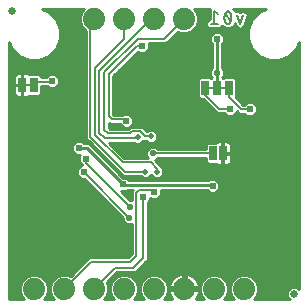
<source format=gbl>
G75*
%MOIN*%
%OFA0B0*%
%FSLAX25Y25*%
%IPPOS*%
%LPD*%
%AMOC8*
5,1,8,0,0,1.08239X$1,22.5*
%
%ADD10C,0.00800*%
%ADD11R,0.02500X0.05000*%
%ADD12R,0.01600X0.01000*%
%ADD13C,0.07400*%
%ADD14C,0.02500*%
%ADD15C,0.01000*%
%ADD16C,0.02400*%
%ADD17C,0.02200*%
%ADD18C,0.02000*%
D10*
X0134333Y0060000D02*
X0143333Y0069000D01*
X0156333Y0069000D01*
X0158433Y0071100D01*
X0158433Y0092100D01*
X0159233Y0092900D01*
X0163733Y0092900D01*
X0164433Y0092200D01*
X0160733Y0090600D02*
X0160733Y0070400D01*
X0157333Y0067000D01*
X0151333Y0067000D01*
X0144333Y0060000D01*
X0156133Y0083700D02*
X0140928Y0098906D01*
X0140928Y0099094D01*
X0141702Y0101931D02*
X0141702Y0103331D01*
X0141702Y0101931D02*
X0156233Y0087400D01*
X0154733Y0099100D02*
X0143133Y0110700D01*
X0143133Y0148800D01*
X0144333Y0150000D01*
X0154333Y0150000D02*
X0154333Y0143200D01*
X0144633Y0133500D01*
X0144633Y0111400D01*
X0153833Y0102200D01*
X0163233Y0102200D01*
X0165333Y0100100D01*
X0165333Y0099100D01*
X0161433Y0099100D02*
X0154733Y0099100D01*
X0163933Y0105200D02*
X0184033Y0105200D01*
X0163333Y0110900D02*
X0161433Y0110900D01*
X0159733Y0112600D01*
X0157033Y0112600D01*
X0156333Y0111900D01*
X0148933Y0111900D01*
X0147733Y0113100D01*
X0147733Y0132200D01*
X0158933Y0143400D01*
X0167733Y0143400D01*
X0174333Y0150000D01*
X0183283Y0148400D02*
X0185617Y0148400D01*
X0184450Y0148400D02*
X0184450Y0152600D01*
X0185617Y0151667D01*
X0190117Y0150500D02*
X0190115Y0150388D01*
X0190110Y0150276D01*
X0190101Y0150164D01*
X0190088Y0150053D01*
X0190072Y0149942D01*
X0190052Y0149831D01*
X0190028Y0149722D01*
X0190001Y0149613D01*
X0189971Y0149505D01*
X0189937Y0149398D01*
X0189900Y0149292D01*
X0189859Y0149188D01*
X0189815Y0149085D01*
X0189767Y0148983D01*
X0189883Y0149333D02*
X0188017Y0151667D01*
X0188134Y0152017D02*
X0188154Y0152070D01*
X0188177Y0152121D01*
X0188204Y0152170D01*
X0188234Y0152218D01*
X0188267Y0152264D01*
X0188302Y0152307D01*
X0188341Y0152348D01*
X0188382Y0152387D01*
X0188426Y0152423D01*
X0188472Y0152455D01*
X0188519Y0152485D01*
X0188569Y0152511D01*
X0188621Y0152535D01*
X0188673Y0152554D01*
X0188727Y0152571D01*
X0188782Y0152583D01*
X0188838Y0152593D01*
X0188894Y0152598D01*
X0188950Y0152600D01*
X0189006Y0152598D01*
X0189062Y0152593D01*
X0189118Y0152583D01*
X0189173Y0152571D01*
X0189227Y0152554D01*
X0189279Y0152535D01*
X0189331Y0152511D01*
X0189381Y0152485D01*
X0189428Y0152455D01*
X0189474Y0152422D01*
X0189518Y0152387D01*
X0189559Y0152348D01*
X0189598Y0152307D01*
X0189633Y0152264D01*
X0189666Y0152218D01*
X0189696Y0152170D01*
X0189723Y0152121D01*
X0189746Y0152070D01*
X0189766Y0152017D01*
X0188133Y0152017D02*
X0188085Y0151915D01*
X0188041Y0151812D01*
X0188000Y0151708D01*
X0187963Y0151602D01*
X0187929Y0151495D01*
X0187899Y0151387D01*
X0187872Y0151278D01*
X0187848Y0151169D01*
X0187828Y0151058D01*
X0187812Y0150947D01*
X0187799Y0150836D01*
X0187790Y0150724D01*
X0187785Y0150612D01*
X0187783Y0150500D01*
X0190117Y0150500D02*
X0190115Y0150612D01*
X0190110Y0150724D01*
X0190101Y0150836D01*
X0190088Y0150947D01*
X0190072Y0151058D01*
X0190052Y0151169D01*
X0190028Y0151278D01*
X0190001Y0151387D01*
X0189971Y0151495D01*
X0189937Y0151602D01*
X0189900Y0151708D01*
X0189859Y0151812D01*
X0189815Y0151915D01*
X0189767Y0152017D01*
X0187784Y0150500D02*
X0187786Y0150388D01*
X0187791Y0150276D01*
X0187800Y0150164D01*
X0187813Y0150053D01*
X0187829Y0149942D01*
X0187849Y0149831D01*
X0187873Y0149722D01*
X0187900Y0149613D01*
X0187930Y0149505D01*
X0187964Y0149398D01*
X0188001Y0149292D01*
X0188042Y0149188D01*
X0188086Y0149085D01*
X0188134Y0148983D01*
X0188950Y0148400D02*
X0189006Y0148402D01*
X0189062Y0148407D01*
X0189118Y0148417D01*
X0189173Y0148429D01*
X0189227Y0148446D01*
X0189279Y0148465D01*
X0189331Y0148489D01*
X0189381Y0148515D01*
X0189428Y0148545D01*
X0189474Y0148577D01*
X0189518Y0148613D01*
X0189559Y0148652D01*
X0189598Y0148693D01*
X0189633Y0148736D01*
X0189666Y0148782D01*
X0189696Y0148830D01*
X0189723Y0148879D01*
X0189746Y0148930D01*
X0189766Y0148983D01*
X0188950Y0148400D02*
X0188894Y0148402D01*
X0188838Y0148407D01*
X0188782Y0148417D01*
X0188727Y0148429D01*
X0188673Y0148446D01*
X0188621Y0148465D01*
X0188569Y0148489D01*
X0188519Y0148515D01*
X0188472Y0148545D01*
X0188426Y0148577D01*
X0188382Y0148613D01*
X0188341Y0148652D01*
X0188302Y0148693D01*
X0188267Y0148736D01*
X0188234Y0148782D01*
X0188204Y0148830D01*
X0188177Y0148879D01*
X0188154Y0148930D01*
X0188134Y0148983D01*
X0192067Y0151200D02*
X0193000Y0148400D01*
X0193933Y0151200D01*
X0164333Y0150000D02*
X0163333Y0150000D01*
X0146133Y0132800D01*
X0146133Y0112100D01*
X0147933Y0110300D01*
X0158633Y0110300D01*
X0158833Y0110500D01*
X0155133Y0116100D02*
X0154733Y0116500D01*
X0150233Y0116500D01*
X0149233Y0117500D01*
X0149233Y0131500D01*
X0158733Y0141000D01*
X0160333Y0141000D01*
X0181333Y0127000D02*
X0181333Y0124700D01*
X0186033Y0120000D01*
X0189533Y0120000D01*
X0193433Y0119900D02*
X0189333Y0124000D01*
X0189333Y0127000D01*
X0193433Y0119900D02*
X0196233Y0119900D01*
X0130433Y0129400D02*
X0130033Y0129000D01*
X0125333Y0129000D01*
X0124333Y0128000D01*
D11*
X0124333Y0128000D03*
X0120333Y0128000D03*
X0181333Y0127000D03*
X0185333Y0127000D03*
X0189333Y0127000D03*
X0187233Y0105200D03*
X0184033Y0105200D03*
D12*
X0183333Y0127000D03*
X0187333Y0127000D03*
X0122333Y0128000D03*
D13*
X0144333Y0150000D03*
X0154333Y0150000D03*
X0164333Y0150000D03*
X0174333Y0150000D03*
X0174333Y0060000D03*
X0164333Y0060000D03*
X0154333Y0060000D03*
X0144333Y0060000D03*
X0134333Y0060000D03*
X0124333Y0060000D03*
X0184333Y0060000D03*
X0194333Y0060000D03*
D14*
X0211133Y0058400D03*
X0116933Y0152500D03*
D15*
X0115933Y0142284D02*
X0115933Y0056600D01*
X0120945Y0056600D01*
X0120264Y0057281D01*
X0119533Y0059045D01*
X0119533Y0060955D01*
X0120264Y0062719D01*
X0121614Y0064069D01*
X0123379Y0064800D01*
X0125288Y0064800D01*
X0127052Y0064069D01*
X0128403Y0062719D01*
X0129133Y0060955D01*
X0129133Y0059045D01*
X0128403Y0057281D01*
X0127722Y0056600D01*
X0130945Y0056600D01*
X0130264Y0057281D01*
X0129533Y0059045D01*
X0129533Y0060955D01*
X0130264Y0062719D01*
X0131614Y0064069D01*
X0133379Y0064800D01*
X0135288Y0064800D01*
X0136507Y0064295D01*
X0142712Y0070500D01*
X0155712Y0070500D01*
X0156933Y0071721D01*
X0156933Y0081500D01*
X0155222Y0081500D01*
X0153933Y0082789D01*
X0153933Y0083779D01*
X0140918Y0096794D01*
X0139975Y0096794D01*
X0138628Y0098142D01*
X0138628Y0100047D01*
X0139975Y0101394D01*
X0140202Y0101394D01*
X0140202Y0101579D01*
X0139402Y0102379D01*
X0139402Y0104284D01*
X0139818Y0104700D01*
X0138381Y0104700D01*
X0137033Y0106047D01*
X0137033Y0107953D01*
X0138381Y0109300D01*
X0140286Y0109300D01*
X0140986Y0108600D01*
X0142596Y0108600D01*
X0154046Y0097150D01*
X0155036Y0097150D01*
X0155986Y0096200D01*
X0182381Y0096200D01*
X0182881Y0096700D01*
X0184786Y0096700D01*
X0186133Y0095353D01*
X0186133Y0093447D01*
X0184786Y0092100D01*
X0182881Y0092100D01*
X0181981Y0093000D01*
X0166733Y0093000D01*
X0166733Y0091247D01*
X0165386Y0089900D01*
X0163481Y0089900D01*
X0163033Y0090347D01*
X0163033Y0089647D01*
X0162233Y0088847D01*
X0162233Y0069779D01*
X0161355Y0068900D01*
X0158833Y0066379D01*
X0157955Y0065500D01*
X0151955Y0065500D01*
X0148628Y0062174D01*
X0149133Y0060955D01*
X0149133Y0059045D01*
X0148403Y0057281D01*
X0147722Y0056600D01*
X0150945Y0056600D01*
X0150264Y0057281D01*
X0149533Y0059045D01*
X0149533Y0060955D01*
X0150264Y0062719D01*
X0151614Y0064069D01*
X0153379Y0064800D01*
X0155288Y0064800D01*
X0157052Y0064069D01*
X0158403Y0062719D01*
X0159133Y0060955D01*
X0159133Y0059045D01*
X0158403Y0057281D01*
X0157722Y0056600D01*
X0160945Y0056600D01*
X0160264Y0057281D01*
X0159533Y0059045D01*
X0159533Y0060955D01*
X0160264Y0062719D01*
X0161614Y0064069D01*
X0163379Y0064800D01*
X0165288Y0064800D01*
X0167052Y0064069D01*
X0168403Y0062719D01*
X0169133Y0060955D01*
X0169133Y0059045D01*
X0168403Y0057281D01*
X0167722Y0056600D01*
X0170379Y0056600D01*
X0170367Y0056612D01*
X0169886Y0057275D01*
X0169514Y0058004D01*
X0169261Y0058782D01*
X0169148Y0059500D01*
X0173833Y0059500D01*
X0173833Y0060500D01*
X0169148Y0060500D01*
X0169261Y0061218D01*
X0169514Y0061996D01*
X0169886Y0062725D01*
X0170367Y0063388D01*
X0170946Y0063966D01*
X0171608Y0064447D01*
X0172337Y0064819D01*
X0173116Y0065072D01*
X0173833Y0065186D01*
X0173833Y0060500D01*
X0174833Y0060500D01*
X0174833Y0065186D01*
X0175551Y0065072D01*
X0176329Y0064819D01*
X0177059Y0064447D01*
X0177721Y0063966D01*
X0178300Y0063388D01*
X0178781Y0062725D01*
X0179152Y0061996D01*
X0179405Y0061218D01*
X0179519Y0060500D01*
X0174833Y0060500D01*
X0174833Y0059500D01*
X0179519Y0059500D01*
X0179405Y0058782D01*
X0179152Y0058004D01*
X0178781Y0057275D01*
X0178300Y0056612D01*
X0178287Y0056600D01*
X0180945Y0056600D01*
X0180264Y0057281D01*
X0179533Y0059045D01*
X0179533Y0060955D01*
X0180264Y0062719D01*
X0181614Y0064069D01*
X0183379Y0064800D01*
X0185288Y0064800D01*
X0187052Y0064069D01*
X0188403Y0062719D01*
X0189133Y0060955D01*
X0189133Y0059045D01*
X0188403Y0057281D01*
X0187722Y0056600D01*
X0190945Y0056600D01*
X0190264Y0057281D01*
X0189533Y0059045D01*
X0189533Y0060955D01*
X0190264Y0062719D01*
X0191614Y0064069D01*
X0193379Y0064800D01*
X0195288Y0064800D01*
X0197052Y0064069D01*
X0198403Y0062719D01*
X0199133Y0060955D01*
X0199133Y0059045D01*
X0198403Y0057281D01*
X0197722Y0056600D01*
X0209610Y0056600D01*
X0208783Y0057427D01*
X0208783Y0059373D01*
X0210160Y0060750D01*
X0212107Y0060750D01*
X0212733Y0060123D01*
X0212733Y0142284D01*
X0211794Y0140015D01*
X0209318Y0137540D01*
X0209318Y0137540D01*
X0206084Y0136200D01*
X0202583Y0136200D01*
X0199349Y0137540D01*
X0199349Y0137540D01*
X0196873Y0140015D01*
X0196873Y0140015D01*
X0195533Y0143250D01*
X0195533Y0146750D01*
X0196873Y0149985D01*
X0196873Y0149985D01*
X0199349Y0152460D01*
X0199349Y0152460D01*
X0201617Y0153400D01*
X0190687Y0153400D01*
X0190940Y0153220D01*
X0190940Y0153220D01*
X0191156Y0152591D01*
X0191203Y0152493D01*
X0192182Y0152819D01*
X0193000Y0152410D01*
X0193818Y0152819D01*
X0194997Y0152427D01*
X0195553Y0151315D01*
X0194581Y0148400D01*
X0194619Y0148285D01*
X0194389Y0147825D01*
X0194227Y0147336D01*
X0194118Y0147282D01*
X0194064Y0147173D01*
X0193575Y0147011D01*
X0193115Y0146780D01*
X0193000Y0146819D01*
X0192885Y0146780D01*
X0192425Y0147011D01*
X0191936Y0147173D01*
X0191882Y0147282D01*
X0191773Y0147336D01*
X0191611Y0147825D01*
X0191380Y0148285D01*
X0191419Y0148400D01*
X0191321Y0148693D01*
X0191306Y0148550D01*
X0191172Y0148444D01*
X0191155Y0148409D01*
X0190940Y0147780D01*
X0190940Y0147780D01*
X0190940Y0147780D01*
X0189707Y0146900D01*
X0188193Y0146900D01*
X0187052Y0147714D01*
X0186238Y0146900D01*
X0182662Y0146900D01*
X0181783Y0147779D01*
X0181783Y0149021D01*
X0182662Y0149900D01*
X0182950Y0149900D01*
X0182950Y0152517D01*
X0182891Y0153052D01*
X0182950Y0153126D01*
X0182950Y0153221D01*
X0183129Y0153400D01*
X0177722Y0153400D01*
X0178403Y0152719D01*
X0179133Y0150955D01*
X0179133Y0149045D01*
X0178403Y0147281D01*
X0177052Y0145931D01*
X0175288Y0145200D01*
X0173379Y0145200D01*
X0172160Y0145705D01*
X0168355Y0141900D01*
X0162633Y0141900D01*
X0162633Y0140047D01*
X0161286Y0138700D01*
X0159381Y0138700D01*
X0158968Y0139113D01*
X0150733Y0130879D01*
X0150733Y0118121D01*
X0150855Y0118000D01*
X0153781Y0118000D01*
X0154181Y0118400D01*
X0156086Y0118400D01*
X0157433Y0117053D01*
X0157433Y0115147D01*
X0156086Y0113800D01*
X0154181Y0113800D01*
X0152981Y0115000D01*
X0149612Y0115000D01*
X0149233Y0115379D01*
X0149233Y0113721D01*
X0149555Y0113400D01*
X0155712Y0113400D01*
X0156412Y0114100D01*
X0160355Y0114100D01*
X0161233Y0113221D01*
X0161959Y0112496D01*
X0162463Y0113000D01*
X0164203Y0113000D01*
X0165433Y0111770D01*
X0165433Y0110030D01*
X0164203Y0108800D01*
X0162463Y0108800D01*
X0161863Y0109400D01*
X0160812Y0109400D01*
X0160758Y0109454D01*
X0159703Y0108400D01*
X0157963Y0108400D01*
X0157563Y0108800D01*
X0149355Y0108800D01*
X0154455Y0103700D01*
X0162322Y0103700D01*
X0161733Y0104289D01*
X0161733Y0106111D01*
X0163022Y0107400D01*
X0164845Y0107400D01*
X0165545Y0106700D01*
X0181683Y0106700D01*
X0181683Y0108156D01*
X0182328Y0108800D01*
X0184962Y0108800D01*
X0185062Y0108900D01*
X0185404Y0109098D01*
X0185786Y0109200D01*
X0187108Y0109200D01*
X0187108Y0105325D01*
X0187358Y0105325D01*
X0187358Y0109200D01*
X0188681Y0109200D01*
X0189062Y0109098D01*
X0189404Y0108900D01*
X0189684Y0108621D01*
X0189881Y0108279D01*
X0189983Y0107897D01*
X0189983Y0105325D01*
X0187358Y0105325D01*
X0187358Y0105075D01*
X0187358Y0101200D01*
X0188681Y0101200D01*
X0189062Y0101302D01*
X0189404Y0101500D01*
X0189684Y0101779D01*
X0189881Y0102121D01*
X0189983Y0102503D01*
X0189983Y0105075D01*
X0187358Y0105075D01*
X0187108Y0105075D01*
X0187108Y0101200D01*
X0185786Y0101200D01*
X0185404Y0101302D01*
X0185062Y0101500D01*
X0184962Y0101600D01*
X0182328Y0101600D01*
X0181683Y0102244D01*
X0181683Y0103700D01*
X0165545Y0103700D01*
X0164845Y0103000D01*
X0164555Y0103000D01*
X0166833Y0100721D01*
X0166833Y0100570D01*
X0167433Y0099970D01*
X0167433Y0098230D01*
X0166203Y0097000D01*
X0164463Y0097000D01*
X0163383Y0098080D01*
X0162303Y0097000D01*
X0160563Y0097000D01*
X0159963Y0097600D01*
X0154112Y0097600D01*
X0142512Y0109200D01*
X0141633Y0110079D01*
X0141633Y0145923D01*
X0141614Y0145931D01*
X0140264Y0147281D01*
X0139533Y0149045D01*
X0139533Y0150955D01*
X0140264Y0152719D01*
X0140945Y0153400D01*
X0127049Y0153400D01*
X0129318Y0152460D01*
X0129318Y0152460D01*
X0131794Y0149985D01*
X0131794Y0149985D01*
X0133133Y0146750D01*
X0133133Y0143250D01*
X0131794Y0140015D01*
X0131794Y0140015D01*
X0129318Y0137540D01*
X0129318Y0137540D01*
X0126084Y0136200D01*
X0122583Y0136200D01*
X0119349Y0137540D01*
X0119349Y0137540D01*
X0116873Y0140015D01*
X0115933Y0142284D01*
X0115933Y0141870D02*
X0116105Y0141870D01*
X0115933Y0140872D02*
X0116518Y0140872D01*
X0117015Y0139873D02*
X0115933Y0139873D01*
X0115933Y0138875D02*
X0118013Y0138875D01*
X0119012Y0137876D02*
X0115933Y0137876D01*
X0115933Y0136878D02*
X0120946Y0136878D01*
X0115933Y0135879D02*
X0141633Y0135879D01*
X0141633Y0134881D02*
X0115933Y0134881D01*
X0115933Y0133882D02*
X0141633Y0133882D01*
X0141633Y0132884D02*
X0115933Y0132884D01*
X0115933Y0131885D02*
X0118483Y0131885D01*
X0118504Y0131898D02*
X0118162Y0131700D01*
X0117883Y0131421D01*
X0117686Y0131079D01*
X0117583Y0130697D01*
X0117583Y0128125D01*
X0120208Y0128125D01*
X0120208Y0127875D01*
X0117583Y0127875D01*
X0117583Y0125303D01*
X0117686Y0124921D01*
X0117883Y0124579D01*
X0118162Y0124300D01*
X0118504Y0124102D01*
X0118886Y0124000D01*
X0120208Y0124000D01*
X0120208Y0127875D01*
X0120433Y0127875D01*
X0120433Y0127044D01*
X0120458Y0127019D01*
X0120458Y0124000D01*
X0121781Y0124000D01*
X0122162Y0124102D01*
X0122504Y0124300D01*
X0122616Y0124412D01*
X0122628Y0124400D01*
X0126039Y0124400D01*
X0126683Y0125044D01*
X0126683Y0127500D01*
X0129081Y0127500D01*
X0129481Y0127100D01*
X0131386Y0127100D01*
X0132733Y0128447D01*
X0132733Y0130353D01*
X0131386Y0131700D01*
X0129481Y0131700D01*
X0128281Y0130500D01*
X0126683Y0130500D01*
X0126683Y0130956D01*
X0126039Y0131600D01*
X0122628Y0131600D01*
X0122616Y0131588D01*
X0122504Y0131700D01*
X0122162Y0131898D01*
X0121781Y0132000D01*
X0120458Y0132000D01*
X0120458Y0128981D01*
X0120433Y0128956D01*
X0120433Y0128125D01*
X0120208Y0128125D01*
X0120208Y0132000D01*
X0118886Y0132000D01*
X0118504Y0131898D01*
X0117634Y0130887D02*
X0115933Y0130887D01*
X0115933Y0129888D02*
X0117583Y0129888D01*
X0117583Y0128890D02*
X0115933Y0128890D01*
X0115933Y0127891D02*
X0120208Y0127891D01*
X0120208Y0126893D02*
X0120458Y0126893D01*
X0120458Y0125894D02*
X0120208Y0125894D01*
X0120208Y0124896D02*
X0120458Y0124896D01*
X0117700Y0124896D02*
X0115933Y0124896D01*
X0115933Y0125894D02*
X0117583Y0125894D01*
X0117583Y0126893D02*
X0115933Y0126893D01*
X0115933Y0123897D02*
X0141633Y0123897D01*
X0141633Y0122899D02*
X0115933Y0122899D01*
X0115933Y0121900D02*
X0141633Y0121900D01*
X0141633Y0120902D02*
X0115933Y0120902D01*
X0115933Y0119903D02*
X0141633Y0119903D01*
X0141633Y0118905D02*
X0115933Y0118905D01*
X0115933Y0117906D02*
X0141633Y0117906D01*
X0141633Y0116908D02*
X0115933Y0116908D01*
X0115933Y0115909D02*
X0141633Y0115909D01*
X0141633Y0114911D02*
X0115933Y0114911D01*
X0115933Y0113912D02*
X0141633Y0113912D01*
X0141633Y0112914D02*
X0115933Y0112914D01*
X0115933Y0111915D02*
X0141633Y0111915D01*
X0141633Y0110917D02*
X0115933Y0110917D01*
X0115933Y0109918D02*
X0141794Y0109918D01*
X0142792Y0108920D02*
X0140666Y0108920D01*
X0141933Y0107000D02*
X0154083Y0094850D01*
X0154333Y0094600D01*
X0183633Y0094600D01*
X0183833Y0094400D01*
X0185547Y0095939D02*
X0212733Y0095939D01*
X0212733Y0096937D02*
X0155249Y0096937D01*
X0153776Y0097936D02*
X0153260Y0097936D01*
X0152777Y0098934D02*
X0152262Y0098934D01*
X0151779Y0099933D02*
X0151263Y0099933D01*
X0150780Y0100932D02*
X0150265Y0100932D01*
X0149782Y0101930D02*
X0149266Y0101930D01*
X0148783Y0102929D02*
X0148268Y0102929D01*
X0147785Y0103927D02*
X0147269Y0103927D01*
X0146786Y0104926D02*
X0146270Y0104926D01*
X0145788Y0105924D02*
X0145272Y0105924D01*
X0144789Y0106923D02*
X0144273Y0106923D01*
X0143791Y0107921D02*
X0143275Y0107921D01*
X0141933Y0107000D02*
X0139333Y0107000D01*
X0137033Y0106923D02*
X0115933Y0106923D01*
X0115933Y0107921D02*
X0137033Y0107921D01*
X0138000Y0108920D02*
X0115933Y0108920D01*
X0115933Y0105924D02*
X0137157Y0105924D01*
X0138155Y0104926D02*
X0115933Y0104926D01*
X0115933Y0103927D02*
X0139402Y0103927D01*
X0139402Y0102929D02*
X0115933Y0102929D01*
X0115933Y0101930D02*
X0139851Y0101930D01*
X0139512Y0100932D02*
X0115933Y0100932D01*
X0115933Y0099933D02*
X0138628Y0099933D01*
X0138628Y0098934D02*
X0115933Y0098934D01*
X0115933Y0097936D02*
X0138834Y0097936D01*
X0139832Y0096937D02*
X0115933Y0096937D01*
X0115933Y0095939D02*
X0141773Y0095939D01*
X0142772Y0094940D02*
X0115933Y0094940D01*
X0115933Y0093942D02*
X0143770Y0093942D01*
X0144769Y0092943D02*
X0115933Y0092943D01*
X0115933Y0091945D02*
X0145767Y0091945D01*
X0146766Y0090946D02*
X0115933Y0090946D01*
X0115933Y0089948D02*
X0147764Y0089948D01*
X0148763Y0088949D02*
X0115933Y0088949D01*
X0115933Y0087951D02*
X0149761Y0087951D01*
X0150760Y0086952D02*
X0115933Y0086952D01*
X0115933Y0085954D02*
X0151758Y0085954D01*
X0152757Y0084955D02*
X0115933Y0084955D01*
X0115933Y0083957D02*
X0153755Y0083957D01*
X0153933Y0082958D02*
X0115933Y0082958D01*
X0115933Y0081960D02*
X0154762Y0081960D01*
X0156933Y0080961D02*
X0115933Y0080961D01*
X0115933Y0079963D02*
X0156933Y0079963D01*
X0156933Y0078964D02*
X0115933Y0078964D01*
X0115933Y0077966D02*
X0156933Y0077966D01*
X0156933Y0076967D02*
X0115933Y0076967D01*
X0115933Y0075969D02*
X0156933Y0075969D01*
X0156933Y0074970D02*
X0115933Y0074970D01*
X0115933Y0073972D02*
X0156933Y0073972D01*
X0156933Y0072973D02*
X0115933Y0072973D01*
X0115933Y0071975D02*
X0156933Y0071975D01*
X0156188Y0070976D02*
X0115933Y0070976D01*
X0115933Y0069978D02*
X0142190Y0069978D01*
X0141191Y0068979D02*
X0115933Y0068979D01*
X0115933Y0067981D02*
X0140193Y0067981D01*
X0139194Y0066982D02*
X0115933Y0066982D01*
X0115933Y0065984D02*
X0138196Y0065984D01*
X0137197Y0064985D02*
X0115933Y0064985D01*
X0115933Y0063987D02*
X0121532Y0063987D01*
X0120533Y0062988D02*
X0115933Y0062988D01*
X0115933Y0061990D02*
X0119962Y0061990D01*
X0119548Y0060991D02*
X0115933Y0060991D01*
X0115933Y0059993D02*
X0119533Y0059993D01*
X0119555Y0058994D02*
X0115933Y0058994D01*
X0115933Y0057996D02*
X0119968Y0057996D01*
X0120548Y0056997D02*
X0115933Y0056997D01*
X0128119Y0056997D02*
X0130548Y0056997D01*
X0129968Y0057996D02*
X0128699Y0057996D01*
X0129112Y0058994D02*
X0129555Y0058994D01*
X0129533Y0059993D02*
X0129133Y0059993D01*
X0129118Y0060991D02*
X0129548Y0060991D01*
X0129962Y0061990D02*
X0128705Y0061990D01*
X0128133Y0062988D02*
X0130533Y0062988D01*
X0131532Y0063987D02*
X0127135Y0063987D01*
X0148705Y0061990D02*
X0149962Y0061990D01*
X0149548Y0060991D02*
X0149118Y0060991D01*
X0149133Y0059993D02*
X0149533Y0059993D01*
X0149555Y0058994D02*
X0149112Y0058994D01*
X0148699Y0057996D02*
X0149968Y0057996D01*
X0150548Y0056997D02*
X0148119Y0056997D01*
X0149443Y0062988D02*
X0150533Y0062988D01*
X0150441Y0063987D02*
X0151532Y0063987D01*
X0151440Y0064985D02*
X0172848Y0064985D01*
X0173833Y0064985D02*
X0174833Y0064985D01*
X0175818Y0064985D02*
X0212733Y0064985D01*
X0212733Y0063987D02*
X0197135Y0063987D01*
X0198133Y0062988D02*
X0212733Y0062988D01*
X0212733Y0061990D02*
X0198705Y0061990D01*
X0199118Y0060991D02*
X0212733Y0060991D01*
X0209402Y0059993D02*
X0199133Y0059993D01*
X0199112Y0058994D02*
X0208783Y0058994D01*
X0208783Y0057996D02*
X0198699Y0057996D01*
X0198119Y0056997D02*
X0209213Y0056997D01*
X0212733Y0065984D02*
X0158438Y0065984D01*
X0159437Y0066982D02*
X0212733Y0066982D01*
X0212733Y0067981D02*
X0160435Y0067981D01*
X0161434Y0068979D02*
X0212733Y0068979D01*
X0212733Y0069978D02*
X0162233Y0069978D01*
X0162233Y0070976D02*
X0212733Y0070976D01*
X0212733Y0071975D02*
X0162233Y0071975D01*
X0162233Y0072973D02*
X0212733Y0072973D01*
X0212733Y0073972D02*
X0162233Y0073972D01*
X0162233Y0074970D02*
X0212733Y0074970D01*
X0212733Y0075969D02*
X0162233Y0075969D01*
X0162233Y0076967D02*
X0212733Y0076967D01*
X0212733Y0077966D02*
X0162233Y0077966D01*
X0162233Y0078964D02*
X0212733Y0078964D01*
X0212733Y0079963D02*
X0162233Y0079963D01*
X0162233Y0080961D02*
X0212733Y0080961D01*
X0212733Y0081960D02*
X0162233Y0081960D01*
X0162233Y0082958D02*
X0212733Y0082958D01*
X0212733Y0083957D02*
X0162233Y0083957D01*
X0162233Y0084955D02*
X0212733Y0084955D01*
X0212733Y0085954D02*
X0162233Y0085954D01*
X0162233Y0086952D02*
X0212733Y0086952D01*
X0212733Y0087951D02*
X0162233Y0087951D01*
X0162335Y0088949D02*
X0212733Y0088949D01*
X0212733Y0089948D02*
X0165434Y0089948D01*
X0166432Y0090946D02*
X0212733Y0090946D01*
X0212733Y0091945D02*
X0166733Y0091945D01*
X0166733Y0092943D02*
X0182037Y0092943D01*
X0185629Y0092943D02*
X0212733Y0092943D01*
X0212733Y0093942D02*
X0186133Y0093942D01*
X0186133Y0094940D02*
X0212733Y0094940D01*
X0212733Y0097936D02*
X0167139Y0097936D01*
X0167433Y0098934D02*
X0212733Y0098934D01*
X0212733Y0099933D02*
X0167433Y0099933D01*
X0166623Y0100932D02*
X0212733Y0100932D01*
X0212733Y0101930D02*
X0189771Y0101930D01*
X0189983Y0102929D02*
X0212733Y0102929D01*
X0212733Y0103927D02*
X0189983Y0103927D01*
X0189983Y0104926D02*
X0212733Y0104926D01*
X0212733Y0105924D02*
X0189983Y0105924D01*
X0189983Y0106923D02*
X0212733Y0106923D01*
X0212733Y0107921D02*
X0189977Y0107921D01*
X0189371Y0108920D02*
X0212733Y0108920D01*
X0212733Y0109918D02*
X0165321Y0109918D01*
X0165433Y0110917D02*
X0212733Y0110917D01*
X0212733Y0111915D02*
X0165288Y0111915D01*
X0164290Y0112914D02*
X0212733Y0112914D01*
X0212733Y0113912D02*
X0160542Y0113912D01*
X0161541Y0112914D02*
X0162377Y0112914D01*
X0157197Y0114911D02*
X0212733Y0114911D01*
X0212733Y0115909D02*
X0157433Y0115909D01*
X0157433Y0116908D02*
X0212733Y0116908D01*
X0212733Y0117906D02*
X0197492Y0117906D01*
X0197186Y0117600D02*
X0198533Y0118947D01*
X0198533Y0120853D01*
X0197186Y0122200D01*
X0195281Y0122200D01*
X0194481Y0121400D01*
X0194055Y0121400D01*
X0191547Y0123908D01*
X0191683Y0124044D01*
X0191683Y0129956D01*
X0191039Y0130600D01*
X0187628Y0130600D01*
X0187333Y0130306D01*
X0187042Y0130597D01*
X0187533Y0131089D01*
X0187533Y0132911D01*
X0186933Y0133511D01*
X0186933Y0141747D01*
X0187633Y0142447D01*
X0187633Y0144353D01*
X0186286Y0145700D01*
X0184381Y0145700D01*
X0183033Y0144353D01*
X0183033Y0142447D01*
X0183733Y0141747D01*
X0183733Y0133511D01*
X0183133Y0132911D01*
X0183133Y0131089D01*
X0183625Y0130597D01*
X0183333Y0130306D01*
X0183039Y0130600D01*
X0179628Y0130600D01*
X0178983Y0129956D01*
X0178983Y0124044D01*
X0179628Y0123400D01*
X0180512Y0123400D01*
X0180712Y0123200D01*
X0185412Y0118500D01*
X0187781Y0118500D01*
X0188581Y0117700D01*
X0190486Y0117700D01*
X0191833Y0119047D01*
X0191833Y0119379D01*
X0192812Y0118400D01*
X0194481Y0118400D01*
X0195281Y0117600D01*
X0197186Y0117600D01*
X0198491Y0118905D02*
X0212733Y0118905D01*
X0212733Y0119903D02*
X0198533Y0119903D01*
X0198484Y0120902D02*
X0212733Y0120902D01*
X0212733Y0121900D02*
X0197486Y0121900D01*
X0194981Y0121900D02*
X0193554Y0121900D01*
X0192556Y0122899D02*
X0212733Y0122899D01*
X0212733Y0123897D02*
X0191557Y0123897D01*
X0191683Y0124896D02*
X0212733Y0124896D01*
X0212733Y0125894D02*
X0191683Y0125894D01*
X0191683Y0126893D02*
X0212733Y0126893D01*
X0212733Y0127891D02*
X0191683Y0127891D01*
X0191683Y0128890D02*
X0212733Y0128890D01*
X0212733Y0129888D02*
X0191683Y0129888D01*
X0187331Y0130887D02*
X0212733Y0130887D01*
X0212733Y0131885D02*
X0187533Y0131885D01*
X0187533Y0132884D02*
X0212733Y0132884D01*
X0212733Y0133882D02*
X0186933Y0133882D01*
X0186933Y0134881D02*
X0212733Y0134881D01*
X0212733Y0135879D02*
X0186933Y0135879D01*
X0186933Y0136878D02*
X0200946Y0136878D01*
X0199012Y0137876D02*
X0186933Y0137876D01*
X0186933Y0138875D02*
X0198013Y0138875D01*
X0197015Y0139873D02*
X0186933Y0139873D01*
X0186933Y0140872D02*
X0196518Y0140872D01*
X0196105Y0141870D02*
X0187056Y0141870D01*
X0187633Y0142869D02*
X0195691Y0142869D01*
X0195533Y0143868D02*
X0187633Y0143868D01*
X0187120Y0144866D02*
X0195533Y0144866D01*
X0195533Y0145865D02*
X0176892Y0145865D01*
X0177985Y0146863D02*
X0192720Y0146863D01*
X0193280Y0146863D02*
X0195580Y0146863D01*
X0195994Y0147862D02*
X0194408Y0147862D01*
X0194734Y0148860D02*
X0196407Y0148860D01*
X0196821Y0149859D02*
X0195067Y0149859D01*
X0195400Y0150857D02*
X0197745Y0150857D01*
X0198744Y0151856D02*
X0195283Y0151856D01*
X0191065Y0152854D02*
X0200299Y0152854D01*
X0191592Y0147862D02*
X0190968Y0147862D01*
X0185333Y0143400D02*
X0185333Y0132000D01*
X0185333Y0127000D01*
X0183335Y0130887D02*
X0150741Y0130887D01*
X0150733Y0129888D02*
X0178983Y0129888D01*
X0178983Y0128890D02*
X0150733Y0128890D01*
X0150733Y0127891D02*
X0178983Y0127891D01*
X0178983Y0126893D02*
X0150733Y0126893D01*
X0150733Y0125894D02*
X0178983Y0125894D01*
X0178983Y0124896D02*
X0150733Y0124896D01*
X0150733Y0123897D02*
X0179130Y0123897D01*
X0181013Y0122899D02*
X0150733Y0122899D01*
X0150733Y0121900D02*
X0182012Y0121900D01*
X0183010Y0120902D02*
X0150733Y0120902D01*
X0150733Y0119903D02*
X0184009Y0119903D01*
X0185007Y0118905D02*
X0150733Y0118905D01*
X0149233Y0114911D02*
X0153070Y0114911D01*
X0154068Y0113912D02*
X0149233Y0113912D01*
X0156198Y0113912D02*
X0156224Y0113912D01*
X0160223Y0108920D02*
X0162344Y0108920D01*
X0164323Y0108920D02*
X0185096Y0108920D01*
X0187108Y0108920D02*
X0187358Y0108920D01*
X0187358Y0107921D02*
X0187108Y0107921D01*
X0187108Y0106923D02*
X0187358Y0106923D01*
X0187358Y0105924D02*
X0187108Y0105924D01*
X0187108Y0104926D02*
X0187358Y0104926D01*
X0187358Y0103927D02*
X0187108Y0103927D01*
X0187108Y0102929D02*
X0187358Y0102929D01*
X0187358Y0101930D02*
X0187108Y0101930D01*
X0181998Y0101930D02*
X0165625Y0101930D01*
X0164626Y0102929D02*
X0181683Y0102929D01*
X0181683Y0106923D02*
X0165322Y0106923D01*
X0162545Y0106923D02*
X0151232Y0106923D01*
X0150234Y0107921D02*
X0181683Y0107921D01*
X0163527Y0097936D02*
X0163239Y0097936D01*
X0162095Y0103927D02*
X0154228Y0103927D01*
X0153229Y0104926D02*
X0161733Y0104926D01*
X0161733Y0105924D02*
X0152231Y0105924D01*
X0156580Y0117906D02*
X0188374Y0117906D01*
X0190692Y0117906D02*
X0194974Y0117906D01*
X0192307Y0118905D02*
X0191691Y0118905D01*
X0183133Y0131885D02*
X0151740Y0131885D01*
X0152739Y0132884D02*
X0183133Y0132884D01*
X0183733Y0133882D02*
X0153737Y0133882D01*
X0154736Y0134881D02*
X0183733Y0134881D01*
X0183733Y0135879D02*
X0155734Y0135879D01*
X0156733Y0136878D02*
X0183733Y0136878D01*
X0183733Y0137876D02*
X0157731Y0137876D01*
X0158730Y0138875D02*
X0159206Y0138875D01*
X0161461Y0138875D02*
X0183733Y0138875D01*
X0183733Y0139873D02*
X0162459Y0139873D01*
X0162633Y0140872D02*
X0183733Y0140872D01*
X0183610Y0141870D02*
X0162633Y0141870D01*
X0169324Y0142869D02*
X0183033Y0142869D01*
X0183033Y0143868D02*
X0170322Y0143868D01*
X0171321Y0144866D02*
X0183547Y0144866D01*
X0181783Y0147862D02*
X0178643Y0147862D01*
X0179057Y0148860D02*
X0181783Y0148860D01*
X0182621Y0149859D02*
X0179133Y0149859D01*
X0179133Y0150857D02*
X0182950Y0150857D01*
X0182950Y0151856D02*
X0178760Y0151856D01*
X0178267Y0152854D02*
X0182913Y0152854D01*
X0207720Y0136878D02*
X0212733Y0136878D01*
X0212733Y0137876D02*
X0209655Y0137876D01*
X0210653Y0138875D02*
X0212733Y0138875D01*
X0212733Y0139873D02*
X0211652Y0139873D01*
X0212148Y0140872D02*
X0212733Y0140872D01*
X0212733Y0141870D02*
X0212562Y0141870D01*
X0141633Y0141870D02*
X0132562Y0141870D01*
X0132148Y0140872D02*
X0141633Y0140872D01*
X0141633Y0139873D02*
X0131652Y0139873D01*
X0130653Y0138875D02*
X0141633Y0138875D01*
X0141633Y0137876D02*
X0129655Y0137876D01*
X0127720Y0136878D02*
X0141633Y0136878D01*
X0141633Y0131885D02*
X0122184Y0131885D01*
X0120458Y0131885D02*
X0120208Y0131885D01*
X0120208Y0130887D02*
X0120458Y0130887D01*
X0120458Y0129888D02*
X0120208Y0129888D01*
X0120208Y0128890D02*
X0120433Y0128890D01*
X0126683Y0130887D02*
X0128668Y0130887D01*
X0132199Y0130887D02*
X0141633Y0130887D01*
X0141633Y0129888D02*
X0132733Y0129888D01*
X0132733Y0128890D02*
X0141633Y0128890D01*
X0141633Y0127891D02*
X0132177Y0127891D01*
X0126683Y0126893D02*
X0141633Y0126893D01*
X0141633Y0125894D02*
X0126683Y0125894D01*
X0126535Y0124896D02*
X0141633Y0124896D01*
X0141633Y0142869D02*
X0132976Y0142869D01*
X0133133Y0143868D02*
X0141633Y0143868D01*
X0141633Y0144866D02*
X0133133Y0144866D01*
X0133133Y0145865D02*
X0141633Y0145865D01*
X0140682Y0146863D02*
X0133087Y0146863D01*
X0132673Y0147862D02*
X0140024Y0147862D01*
X0139610Y0148860D02*
X0132259Y0148860D01*
X0131846Y0149859D02*
X0139533Y0149859D01*
X0139533Y0150857D02*
X0130921Y0150857D01*
X0129923Y0151856D02*
X0139906Y0151856D01*
X0140399Y0152854D02*
X0128367Y0152854D01*
X0153205Y0092550D02*
X0155036Y0092550D01*
X0155486Y0093000D01*
X0157212Y0093000D01*
X0156933Y0092721D01*
X0156933Y0089600D01*
X0156155Y0089600D01*
X0153205Y0092550D01*
X0153810Y0091945D02*
X0156933Y0091945D01*
X0156933Y0090946D02*
X0154808Y0090946D01*
X0155807Y0089948D02*
X0156933Y0089948D01*
X0157155Y0092943D02*
X0155429Y0092943D01*
X0163033Y0089948D02*
X0163433Y0089948D01*
X0161532Y0063987D02*
X0157135Y0063987D01*
X0158133Y0062988D02*
X0160533Y0062988D01*
X0159962Y0061990D02*
X0158705Y0061990D01*
X0159118Y0060991D02*
X0159548Y0060991D01*
X0159533Y0059993D02*
X0159133Y0059993D01*
X0159112Y0058994D02*
X0159555Y0058994D01*
X0159968Y0057996D02*
X0158699Y0057996D01*
X0158119Y0056997D02*
X0160548Y0056997D01*
X0168119Y0056997D02*
X0170088Y0056997D01*
X0169519Y0057996D02*
X0168699Y0057996D01*
X0169112Y0058994D02*
X0169228Y0058994D01*
X0169133Y0059993D02*
X0173833Y0059993D01*
X0173833Y0060991D02*
X0174833Y0060991D01*
X0174833Y0059993D02*
X0179533Y0059993D01*
X0179548Y0060991D02*
X0179441Y0060991D01*
X0179154Y0061990D02*
X0179962Y0061990D01*
X0180533Y0062988D02*
X0178590Y0062988D01*
X0177693Y0063987D02*
X0181532Y0063987D01*
X0187135Y0063987D02*
X0191532Y0063987D01*
X0190533Y0062988D02*
X0188133Y0062988D01*
X0188705Y0061990D02*
X0189962Y0061990D01*
X0189548Y0060991D02*
X0189118Y0060991D01*
X0189133Y0059993D02*
X0189533Y0059993D01*
X0189555Y0058994D02*
X0189112Y0058994D01*
X0188699Y0057996D02*
X0189968Y0057996D01*
X0190548Y0056997D02*
X0188119Y0056997D01*
X0180548Y0056997D02*
X0178579Y0056997D01*
X0179148Y0057996D02*
X0179968Y0057996D01*
X0179555Y0058994D02*
X0179439Y0058994D01*
X0174833Y0061990D02*
X0173833Y0061990D01*
X0173833Y0062988D02*
X0174833Y0062988D01*
X0174833Y0063987D02*
X0173833Y0063987D01*
X0170974Y0063987D02*
X0167135Y0063987D01*
X0168133Y0062988D02*
X0170077Y0062988D01*
X0169512Y0061990D02*
X0168705Y0061990D01*
X0169118Y0060991D02*
X0169225Y0060991D01*
D16*
X0170333Y0069800D03*
X0164233Y0073000D03*
X0169333Y0080800D03*
X0178333Y0080800D03*
X0180333Y0088200D03*
X0174833Y0092200D03*
X0183833Y0094400D03*
X0189233Y0094000D03*
X0177833Y0097300D03*
X0176633Y0102700D03*
X0176633Y0108200D03*
X0176633Y0112700D03*
X0184233Y0112300D03*
X0181733Y0120800D03*
X0177933Y0121300D03*
X0178033Y0126000D03*
X0177733Y0131100D03*
X0177633Y0135800D03*
X0182233Y0135900D03*
X0172633Y0135800D03*
X0167833Y0135900D03*
X0172533Y0131100D03*
X0157333Y0136100D03*
X0153353Y0132360D03*
X0153353Y0128970D03*
X0153363Y0125470D03*
X0153933Y0121300D03*
X0157733Y0119700D03*
X0155133Y0116100D03*
X0152433Y0114200D03*
X0153633Y0106800D03*
X0141702Y0103331D03*
X0140928Y0099094D03*
X0135733Y0093200D03*
X0131233Y0088800D03*
X0125233Y0089000D03*
X0131233Y0082100D03*
X0136333Y0086000D03*
X0136233Y0077900D03*
X0142233Y0073900D03*
X0150233Y0073900D03*
X0150333Y0079900D03*
X0160733Y0090600D03*
X0164433Y0092200D03*
X0154083Y0094850D03*
X0139333Y0107000D03*
X0126433Y0109200D03*
X0126433Y0101200D03*
X0138033Y0117400D03*
X0134133Y0122600D03*
X0138333Y0128000D03*
X0130433Y0129400D03*
X0123033Y0134000D03*
X0134733Y0138900D03*
X0140533Y0139600D03*
X0160333Y0141000D03*
X0185333Y0143400D03*
X0193833Y0143500D03*
X0203933Y0129100D03*
X0196233Y0119900D03*
X0189533Y0120000D03*
X0196633Y0115200D03*
X0204633Y0115200D03*
X0207233Y0102000D03*
X0198233Y0102000D03*
X0168533Y0123100D03*
X0125333Y0076300D03*
D17*
X0156173Y0077150D03*
X0156173Y0073150D03*
X0156133Y0083700D03*
X0156233Y0087400D03*
X0156173Y0091150D03*
X0163933Y0105200D03*
X0185333Y0132000D03*
D18*
X0163333Y0110900D03*
X0158833Y0110500D03*
X0161433Y0099100D03*
X0165333Y0099100D03*
M02*

</source>
